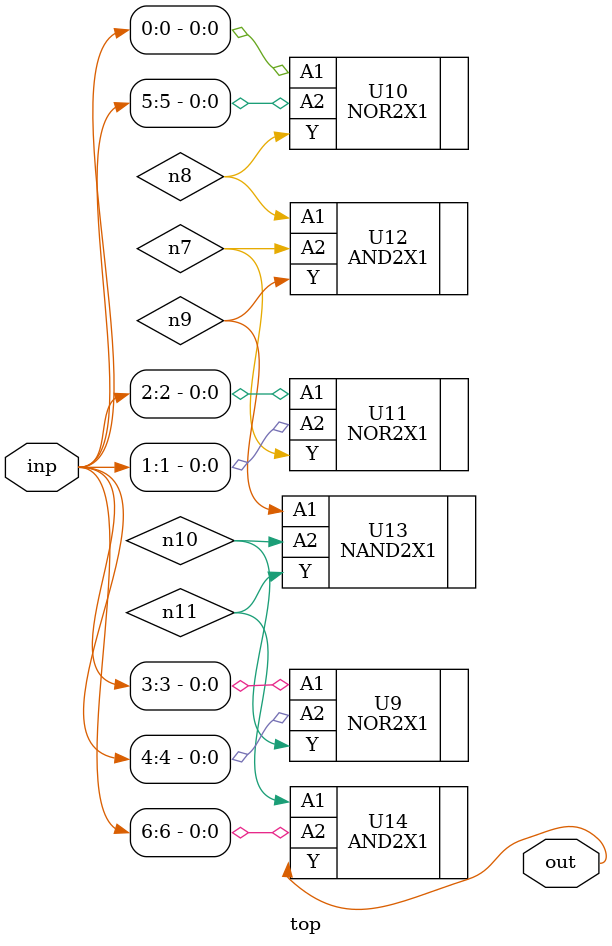
<source format=sv>


module top ( inp, out );
  input [6:0] inp;
  output out;
  wire   n7, n8, n9, n10, n11;

  NOR2X1 U9 ( .A1(inp[3]), .A2(inp[4]), .Y(n10) );
  NOR2X1 U10 ( .A1(inp[0]), .A2(inp[5]), .Y(n8) );
  NOR2X1 U11 ( .A1(inp[2]), .A2(inp[1]), .Y(n7) );
  AND2X1 U12 ( .A1(n8), .A2(n7), .Y(n9) );
  NAND2X1 U13 ( .A1(n9), .A2(n10), .Y(n11) );
  AND2X1 U14 ( .A1(n11), .A2(inp[6]), .Y(out) );
endmodule


</source>
